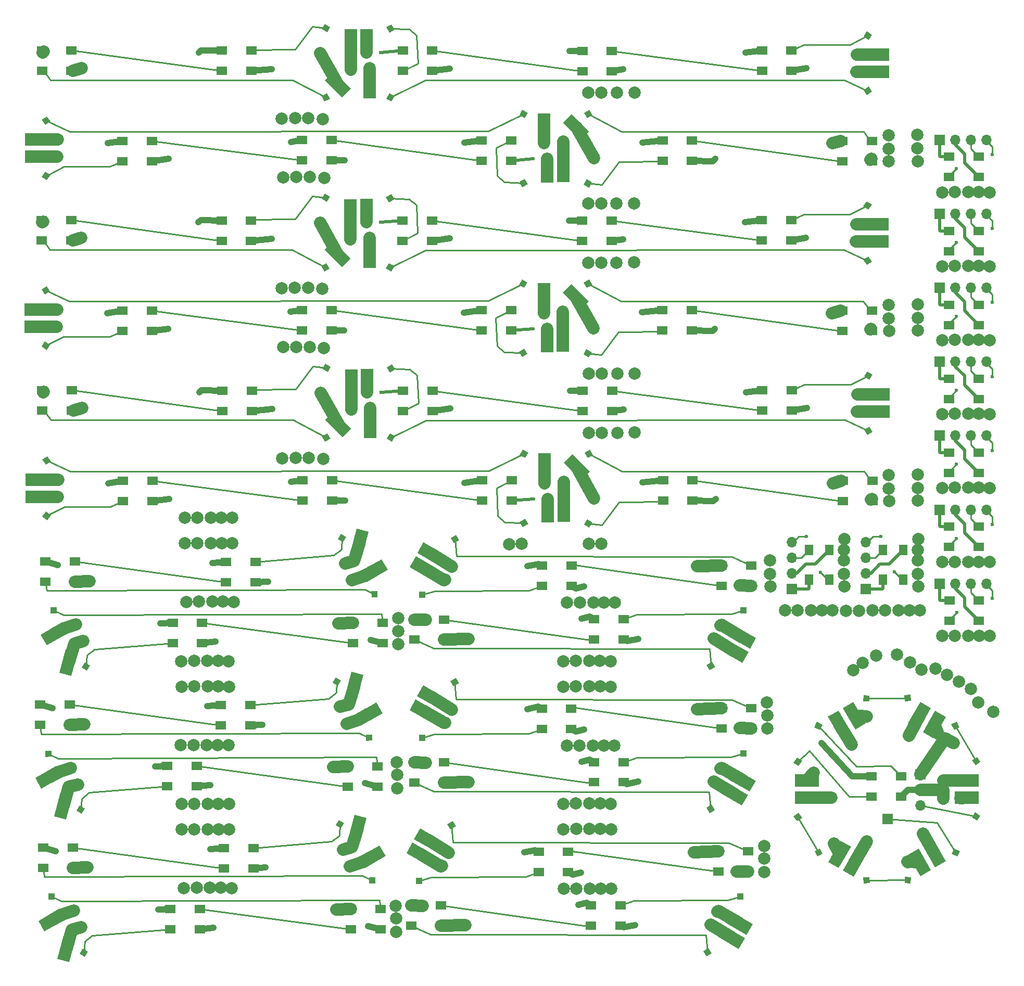
<source format=gbr>
G04 #@! TF.FileFunction,Copper,L1,Top,Signal*
%FSLAX46Y46*%
G04 Gerber Fmt 4.6, Leading zero omitted, Abs format (unit mm)*
G04 Created by KiCad (PCBNEW 4.0.7) date 10/29/17 08:22:04*
%MOMM*%
%LPD*%
G01*
G04 APERTURE LIST*
%ADD10C,0.100000*%
%ADD11R,4.000000X2.000000*%
%ADD12R,1.700000X1.700000*%
%ADD13O,1.700000X1.700000*%
%ADD14R,1.400000X1.800000*%
%ADD15R,1.800000X1.400000*%
%ADD16R,2.000000X4.000000*%
%ADD17C,2.000000*%
%ADD18C,0.600000*%
%ADD19C,0.250000*%
%ADD20C,2.000000*%
%ADD21C,0.500000*%
%ADD22C,1.000000*%
G04 APERTURE END LIST*
D10*
D11*
X155028900Y-81064100D03*
X155028900Y-83858100D03*
D12*
X141109700Y-112737900D03*
D13*
X141109700Y-110197900D03*
X141109700Y-107657900D03*
X141109700Y-105117900D03*
D14*
X143866600Y-111188200D03*
X147166600Y-111188200D03*
X147166600Y-106388200D03*
X143866600Y-106388200D03*
X155906200Y-111162800D03*
X159206200Y-111162800D03*
X159206200Y-106362800D03*
X155906200Y-106362800D03*
D12*
X153149300Y-112712500D03*
D13*
X153149300Y-110172500D03*
X153149300Y-107632500D03*
X153149300Y-105092500D03*
D12*
X165163500Y-111848900D03*
D13*
X167703500Y-111848900D03*
X170243500Y-111848900D03*
X172783500Y-111848900D03*
D15*
X166713200Y-114605800D03*
X166713200Y-117905800D03*
X171513200Y-117905800D03*
X171513200Y-114605800D03*
D12*
X165138100Y-39636700D03*
D13*
X167678100Y-39636700D03*
X170218100Y-39636700D03*
X172758100Y-39636700D03*
D15*
X166687800Y-42393600D03*
X166687800Y-45693600D03*
X171487800Y-45693600D03*
X171487800Y-42393600D03*
X166687800Y-54433200D03*
X166687800Y-57733200D03*
X171487800Y-57733200D03*
X171487800Y-54433200D03*
D12*
X165138100Y-51676300D03*
D13*
X167678100Y-51676300D03*
X170218100Y-51676300D03*
X172758100Y-51676300D03*
D12*
X165138100Y-75730100D03*
D13*
X167678100Y-75730100D03*
X170218100Y-75730100D03*
X172758100Y-75730100D03*
D15*
X166687800Y-78487000D03*
X166687800Y-81787000D03*
X171487800Y-81787000D03*
X171487800Y-78487000D03*
X166687800Y-66447400D03*
X166687800Y-69747400D03*
X171487800Y-69747400D03*
X171487800Y-66447400D03*
D12*
X165138100Y-63690500D03*
D13*
X167678100Y-63690500D03*
X170218100Y-63690500D03*
X172758100Y-63690500D03*
D12*
X165138100Y-87769700D03*
D13*
X167678100Y-87769700D03*
X170218100Y-87769700D03*
X172758100Y-87769700D03*
D15*
X166687800Y-90526600D03*
X166687800Y-93826600D03*
X171487800Y-93826600D03*
X171487800Y-90526600D03*
D10*
G36*
X67276232Y-128447218D02*
X66415490Y-127938176D01*
X66924532Y-127077434D01*
X67785274Y-127586476D01*
X67276232Y-128447218D01*
X67276232Y-128447218D01*
G37*
G36*
X72865619Y-136385891D02*
X72876090Y-137385836D01*
X71876145Y-137396307D01*
X71865674Y-136396362D01*
X72865619Y-136385891D01*
X72865619Y-136385891D01*
G37*
G36*
X69496658Y-126202373D02*
X71428510Y-126720011D01*
X70393234Y-130583715D01*
X68461382Y-130066077D01*
X69496658Y-126202373D01*
X69496658Y-126202373D01*
G37*
G36*
X71050867Y-134921766D02*
X70050867Y-133189716D01*
X73514969Y-131189716D01*
X74514969Y-132921766D01*
X71050867Y-134921766D01*
X71050867Y-134921766D01*
G37*
D15*
X48216112Y-131596732D03*
X48216112Y-134896732D03*
X53016112Y-134896732D03*
X53016112Y-131596732D03*
X18853067Y-131538446D03*
X18853067Y-134838446D03*
X23653067Y-134838446D03*
X23653067Y-131538446D03*
X73704533Y-144864354D03*
X73704533Y-141564354D03*
X68904533Y-141564354D03*
X68904533Y-144864354D03*
X44341488Y-144806068D03*
X44341488Y-141506068D03*
X39541488Y-141506068D03*
X39541488Y-144806068D03*
D10*
G36*
X21506733Y-141481034D02*
X22506733Y-143213084D01*
X19042631Y-145213084D01*
X18042631Y-143481034D01*
X21506733Y-141481034D01*
X21506733Y-141481034D01*
G37*
G36*
X23060942Y-150200427D02*
X21129090Y-149682789D01*
X22164366Y-145819085D01*
X24096218Y-146336723D01*
X23060942Y-150200427D01*
X23060942Y-150200427D01*
G37*
G36*
X19691981Y-140016909D02*
X19681510Y-139016964D01*
X20681455Y-139006493D01*
X20691926Y-140006438D01*
X19691981Y-140016909D01*
X19691981Y-140016909D01*
G37*
G36*
X25281368Y-147955582D02*
X26142110Y-148464624D01*
X25633068Y-149325366D01*
X24772326Y-148816324D01*
X25281368Y-147955582D01*
X25281368Y-147955582D01*
G37*
G36*
X26144968Y-124638382D02*
X27005710Y-125147424D01*
X26496668Y-126008166D01*
X25635926Y-125499124D01*
X26144968Y-124638382D01*
X26144968Y-124638382D01*
G37*
G36*
X20555581Y-116699709D02*
X20545110Y-115699764D01*
X21545055Y-115689293D01*
X21555526Y-116689238D01*
X20555581Y-116699709D01*
X20555581Y-116699709D01*
G37*
G36*
X23924542Y-126883227D02*
X21992690Y-126365589D01*
X23027966Y-122501885D01*
X24959818Y-123019523D01*
X23924542Y-126883227D01*
X23924542Y-126883227D01*
G37*
G36*
X22370333Y-118163834D02*
X23370333Y-119895884D01*
X19906231Y-121895884D01*
X18906231Y-120163834D01*
X22370333Y-118163834D01*
X22370333Y-118163834D01*
G37*
D15*
X45205088Y-121488868D03*
X45205088Y-118188868D03*
X40405088Y-118188868D03*
X40405088Y-121488868D03*
X74568133Y-121547154D03*
X74568133Y-118247154D03*
X69768133Y-118247154D03*
X69768133Y-121547154D03*
X19716667Y-108221246D03*
X19716667Y-111521246D03*
X24516667Y-111521246D03*
X24516667Y-108221246D03*
X49079712Y-108279532D03*
X49079712Y-111579532D03*
X53879712Y-111579532D03*
X53879712Y-108279532D03*
D10*
G36*
X71914467Y-111604566D02*
X70914467Y-109872516D01*
X74378569Y-107872516D01*
X75378569Y-109604566D01*
X71914467Y-111604566D01*
X71914467Y-111604566D01*
G37*
G36*
X70360258Y-102885173D02*
X72292110Y-103402811D01*
X71256834Y-107266515D01*
X69324982Y-106748877D01*
X70360258Y-102885173D01*
X70360258Y-102885173D01*
G37*
G36*
X73729219Y-113068691D02*
X73739690Y-114068636D01*
X72739745Y-114079107D01*
X72729274Y-113079162D01*
X73729219Y-113068691D01*
X73729219Y-113068691D01*
G37*
G36*
X68139832Y-105130018D02*
X67279090Y-104620976D01*
X67788132Y-103760234D01*
X68648874Y-104269276D01*
X68139832Y-105130018D01*
X68139832Y-105130018D01*
G37*
G36*
X25789368Y-171196582D02*
X26650110Y-171705624D01*
X26141068Y-172566366D01*
X25280326Y-172057324D01*
X25789368Y-171196582D01*
X25789368Y-171196582D01*
G37*
G36*
X20199981Y-163257909D02*
X20189510Y-162257964D01*
X21189455Y-162247493D01*
X21199926Y-163247438D01*
X20199981Y-163257909D01*
X20199981Y-163257909D01*
G37*
G36*
X23568942Y-173441427D02*
X21637090Y-172923789D01*
X22672366Y-169060085D01*
X24604218Y-169577723D01*
X23568942Y-173441427D01*
X23568942Y-173441427D01*
G37*
G36*
X22014733Y-164722034D02*
X23014733Y-166454084D01*
X19550631Y-168454084D01*
X18550631Y-166722034D01*
X22014733Y-164722034D01*
X22014733Y-164722034D01*
G37*
D15*
X44849488Y-168047068D03*
X44849488Y-164747068D03*
X40049488Y-164747068D03*
X40049488Y-168047068D03*
X74212533Y-168105354D03*
X74212533Y-164805354D03*
X69412533Y-164805354D03*
X69412533Y-168105354D03*
X19361067Y-154779446D03*
X19361067Y-158079446D03*
X24161067Y-158079446D03*
X24161067Y-154779446D03*
X48724112Y-154837732D03*
X48724112Y-158137732D03*
X53524112Y-158137732D03*
X53524112Y-154837732D03*
D10*
G36*
X71558867Y-158162766D02*
X70558867Y-156430716D01*
X74022969Y-154430716D01*
X75022969Y-156162766D01*
X71558867Y-158162766D01*
X71558867Y-158162766D01*
G37*
G36*
X70004658Y-149443373D02*
X71936510Y-149961011D01*
X70901234Y-153824715D01*
X68969382Y-153307077D01*
X70004658Y-149443373D01*
X70004658Y-149443373D01*
G37*
G36*
X73373619Y-159626891D02*
X73384090Y-160626836D01*
X72384145Y-160637307D01*
X72373674Y-159637362D01*
X73373619Y-159626891D01*
X73373619Y-159626891D01*
G37*
G36*
X67784232Y-151688218D02*
X66923490Y-151179176D01*
X67432532Y-150318434D01*
X68293274Y-150827476D01*
X67784232Y-151688218D01*
X67784232Y-151688218D01*
G37*
D15*
X108942478Y-140864971D03*
X108942478Y-144164971D03*
X113742478Y-144164971D03*
X113742478Y-140864971D03*
X79721168Y-140931764D03*
X79721168Y-144231764D03*
X84521168Y-144231764D03*
X84521168Y-140931764D03*
D10*
G36*
X134013261Y-146237023D02*
X133013261Y-147969073D01*
X129549159Y-145969073D01*
X130549159Y-144237023D01*
X134013261Y-146237023D01*
X134013261Y-146237023D01*
G37*
G36*
X135260018Y-143950576D02*
X134260018Y-145682626D01*
X130795916Y-143682626D01*
X131795916Y-141950576D01*
X135260018Y-143950576D01*
X135260018Y-143950576D01*
G37*
G36*
X127226319Y-148312233D02*
X128087061Y-147803191D01*
X128596103Y-148663933D01*
X127735361Y-149172975D01*
X127226319Y-148312233D01*
X127226319Y-148312233D01*
G37*
G36*
X133710162Y-138951314D02*
X133699691Y-139951259D01*
X132699746Y-139940788D01*
X132710217Y-138940843D01*
X133710162Y-138951314D01*
X133710162Y-138951314D01*
G37*
G36*
X80475338Y-137413386D02*
X80485809Y-136413441D01*
X81485754Y-136423912D01*
X81475283Y-137423857D01*
X80475338Y-137413386D01*
X80475338Y-137413386D01*
G37*
G36*
X86959181Y-128052467D02*
X86098439Y-128561509D01*
X85589397Y-127700767D01*
X86450139Y-127191725D01*
X86959181Y-128052467D01*
X86959181Y-128052467D01*
G37*
G36*
X78925482Y-132414124D02*
X79925482Y-130682074D01*
X83389584Y-132682074D01*
X82389584Y-134414124D01*
X78925482Y-132414124D01*
X78925482Y-132414124D01*
G37*
G36*
X80172239Y-130127677D02*
X81172239Y-128395627D01*
X84636341Y-130395627D01*
X83636341Y-132127677D01*
X80172239Y-130127677D01*
X80172239Y-130127677D01*
G37*
D15*
X134464332Y-135432936D03*
X134464332Y-132132936D03*
X129664332Y-132132936D03*
X129664332Y-135432936D03*
X105243022Y-135499729D03*
X105243022Y-132199729D03*
X100443022Y-132199729D03*
X100443022Y-135499729D03*
X104735022Y-158791529D03*
X104735022Y-155491529D03*
X99935022Y-155491529D03*
X99935022Y-158791529D03*
X133956332Y-158724736D03*
X133956332Y-155424736D03*
X129156332Y-155424736D03*
X129156332Y-158724736D03*
D10*
G36*
X79664239Y-153419477D02*
X80664239Y-151687427D01*
X84128341Y-153687427D01*
X83128341Y-155419477D01*
X79664239Y-153419477D01*
X79664239Y-153419477D01*
G37*
G36*
X78417482Y-155705924D02*
X79417482Y-153973874D01*
X82881584Y-155973874D01*
X81881584Y-157705924D01*
X78417482Y-155705924D01*
X78417482Y-155705924D01*
G37*
G36*
X86451181Y-151344267D02*
X85590439Y-151853309D01*
X85081397Y-150992567D01*
X85942139Y-150483525D01*
X86451181Y-151344267D01*
X86451181Y-151344267D01*
G37*
G36*
X79967338Y-160705186D02*
X79977809Y-159705241D01*
X80977754Y-159715712D01*
X80967283Y-160715657D01*
X79967338Y-160705186D01*
X79967338Y-160705186D01*
G37*
G36*
X133202162Y-162243114D02*
X133191691Y-163243059D01*
X132191746Y-163232588D01*
X132202217Y-162232643D01*
X133202162Y-162243114D01*
X133202162Y-162243114D01*
G37*
G36*
X126718319Y-171604033D02*
X127579061Y-171094991D01*
X128088103Y-171955733D01*
X127227361Y-172464775D01*
X126718319Y-171604033D01*
X126718319Y-171604033D01*
G37*
G36*
X134752018Y-167242376D02*
X133752018Y-168974426D01*
X130287916Y-166974426D01*
X131287916Y-165242376D01*
X134752018Y-167242376D01*
X134752018Y-167242376D01*
G37*
G36*
X133505261Y-169528823D02*
X132505261Y-171260873D01*
X129041159Y-169260873D01*
X130041159Y-167528823D01*
X133505261Y-169528823D01*
X133505261Y-169528823D01*
G37*
D15*
X79213168Y-164223564D03*
X79213168Y-167523564D03*
X84013168Y-167523564D03*
X84013168Y-164223564D03*
X108434478Y-164156771D03*
X108434478Y-167456771D03*
X113234478Y-167456771D03*
X113234478Y-164156771D03*
X108967878Y-117598571D03*
X108967878Y-120898571D03*
X113767878Y-120898571D03*
X113767878Y-117598571D03*
X79746568Y-117665364D03*
X79746568Y-120965364D03*
X84546568Y-120965364D03*
X84546568Y-117665364D03*
D10*
G36*
X134038661Y-122970623D02*
X133038661Y-124702673D01*
X129574559Y-122702673D01*
X130574559Y-120970623D01*
X134038661Y-122970623D01*
X134038661Y-122970623D01*
G37*
G36*
X135285418Y-120684176D02*
X134285418Y-122416226D01*
X130821316Y-120416226D01*
X131821316Y-118684176D01*
X135285418Y-120684176D01*
X135285418Y-120684176D01*
G37*
G36*
X127251719Y-125045833D02*
X128112461Y-124536791D01*
X128621503Y-125397533D01*
X127760761Y-125906575D01*
X127251719Y-125045833D01*
X127251719Y-125045833D01*
G37*
G36*
X133735562Y-115684914D02*
X133725091Y-116684859D01*
X132725146Y-116674388D01*
X132735617Y-115674443D01*
X133735562Y-115684914D01*
X133735562Y-115684914D01*
G37*
G36*
X19634135Y-64815456D02*
X19080744Y-63982535D01*
X19913665Y-63429144D01*
X20467056Y-64262065D01*
X19634135Y-64815456D01*
X19634135Y-64815456D01*
G37*
G36*
X20467056Y-72974135D02*
X19913665Y-73807056D01*
X19080744Y-73253665D01*
X19634135Y-72420744D01*
X20467056Y-72974135D01*
X20467056Y-72974135D01*
G37*
G36*
X96727941Y-74092145D02*
X97599155Y-73601241D01*
X98090059Y-74472455D01*
X97218845Y-74963359D01*
X96727941Y-74092145D01*
X96727941Y-74092145D01*
G37*
G36*
X107268941Y-62852645D02*
X108140155Y-62361741D01*
X108631059Y-63232955D01*
X107759845Y-63723859D01*
X107268941Y-62852645D01*
X107268941Y-62852645D01*
G37*
G36*
X97599155Y-63723859D02*
X96727941Y-63232955D01*
X97218845Y-62361741D01*
X98090059Y-62852645D01*
X97599155Y-63723859D01*
X97599155Y-63723859D01*
G37*
G36*
X108076655Y-75026859D02*
X107205441Y-74535955D01*
X107696345Y-73664741D01*
X108567559Y-74155645D01*
X108076655Y-75026859D01*
X108076655Y-75026859D01*
G37*
D11*
X18288000Y-70027800D03*
X18288000Y-67233800D03*
D16*
X101282500Y-72250300D03*
X103886000Y-72186800D03*
D10*
G36*
X108102820Y-65898012D02*
X106688607Y-67312225D01*
X103860180Y-64483798D01*
X105274393Y-63069585D01*
X108102820Y-65898012D01*
X108102820Y-65898012D01*
G37*
D16*
X100774500Y-64884300D03*
D15*
X95427500Y-70661800D03*
X95427500Y-67361800D03*
X90627500Y-67361800D03*
X90627500Y-70661800D03*
X66217500Y-70598300D03*
X66217500Y-67298300D03*
X61417500Y-67298300D03*
X61417500Y-70598300D03*
X37007500Y-70725300D03*
X37007500Y-67425300D03*
X32207500Y-67425300D03*
X32207500Y-70725300D03*
X154101500Y-70725300D03*
X154101500Y-67425300D03*
X149301500Y-67425300D03*
X149301500Y-70725300D03*
X124828000Y-70661800D03*
X124828000Y-67361800D03*
X120028000Y-67361800D03*
X120028000Y-70661800D03*
D10*
G36*
X153555765Y-58590444D02*
X154109156Y-59423365D01*
X153276235Y-59976756D01*
X152722844Y-59143835D01*
X153555765Y-58590444D01*
X153555765Y-58590444D01*
G37*
G36*
X152722844Y-50431765D02*
X153276235Y-49598844D01*
X154109156Y-50152235D01*
X153555765Y-50985156D01*
X152722844Y-50431765D01*
X152722844Y-50431765D01*
G37*
G36*
X76461959Y-49313755D02*
X75590745Y-49804659D01*
X75099841Y-48933445D01*
X75971055Y-48442541D01*
X76461959Y-49313755D01*
X76461959Y-49313755D01*
G37*
G36*
X65920959Y-60553255D02*
X65049745Y-61044159D01*
X64558841Y-60172945D01*
X65430055Y-59682041D01*
X65920959Y-60553255D01*
X65920959Y-60553255D01*
G37*
G36*
X75590745Y-59682041D02*
X76461959Y-60172945D01*
X75971055Y-61044159D01*
X75099841Y-60553255D01*
X75590745Y-59682041D01*
X75590745Y-59682041D01*
G37*
G36*
X65113245Y-48379041D02*
X65984459Y-48869945D01*
X65493555Y-49741159D01*
X64622341Y-49250255D01*
X65113245Y-48379041D01*
X65113245Y-48379041D01*
G37*
D11*
X154901900Y-53378100D03*
X154901900Y-56172100D03*
D16*
X71907400Y-51155600D03*
X69303900Y-51219100D03*
D10*
G36*
X65087080Y-57507888D02*
X66501293Y-56093675D01*
X69329720Y-58922102D01*
X67915507Y-60336315D01*
X65087080Y-57507888D01*
X65087080Y-57507888D01*
G37*
D16*
X72415400Y-58521600D03*
D15*
X77762400Y-52744100D03*
X77762400Y-56044100D03*
X82562400Y-56044100D03*
X82562400Y-52744100D03*
X106972400Y-52807600D03*
X106972400Y-56107600D03*
X111772400Y-56107600D03*
X111772400Y-52807600D03*
X136182400Y-52680600D03*
X136182400Y-55980600D03*
X140982400Y-55980600D03*
X140982400Y-52680600D03*
X19088400Y-52680600D03*
X19088400Y-55980600D03*
X23888400Y-55980600D03*
X23888400Y-52680600D03*
X48361900Y-52744100D03*
X48361900Y-56044100D03*
X53161900Y-56044100D03*
X53161900Y-52744100D03*
X48488900Y-80430100D03*
X48488900Y-83730100D03*
X53288900Y-83730100D03*
X53288900Y-80430100D03*
X19215400Y-80366600D03*
X19215400Y-83666600D03*
X24015400Y-83666600D03*
X24015400Y-80366600D03*
X136309400Y-80366600D03*
X136309400Y-83666600D03*
X141109400Y-83666600D03*
X141109400Y-80366600D03*
X107099400Y-80493600D03*
X107099400Y-83793600D03*
X111899400Y-83793600D03*
X111899400Y-80493600D03*
X77889400Y-80430100D03*
X77889400Y-83730100D03*
X82689400Y-83730100D03*
X82689400Y-80430100D03*
D16*
X72542400Y-86207600D03*
D10*
G36*
X65214080Y-85193888D02*
X66628293Y-83779675D01*
X69456720Y-86608102D01*
X68042507Y-88022315D01*
X65214080Y-85193888D01*
X65214080Y-85193888D01*
G37*
D16*
X69430900Y-78905100D03*
X72034400Y-78841600D03*
D10*
G36*
X65240245Y-76065041D02*
X66111459Y-76555945D01*
X65620555Y-77427159D01*
X64749341Y-76936255D01*
X65240245Y-76065041D01*
X65240245Y-76065041D01*
G37*
G36*
X75717745Y-87368041D02*
X76588959Y-87858945D01*
X76098055Y-88730159D01*
X75226841Y-88239255D01*
X75717745Y-87368041D01*
X75717745Y-87368041D01*
G37*
G36*
X66047959Y-88239255D02*
X65176745Y-88730159D01*
X64685841Y-87858945D01*
X65557055Y-87368041D01*
X66047959Y-88239255D01*
X66047959Y-88239255D01*
G37*
G36*
X76588959Y-76999755D02*
X75717745Y-77490659D01*
X75226841Y-76619445D01*
X76098055Y-76128541D01*
X76588959Y-76999755D01*
X76588959Y-76999755D01*
G37*
G36*
X152849844Y-78117765D02*
X153403235Y-77284844D01*
X154236156Y-77838235D01*
X153682765Y-78671156D01*
X152849844Y-78117765D01*
X152849844Y-78117765D01*
G37*
G36*
X153682765Y-86276444D02*
X154236156Y-87109365D01*
X153403235Y-87662756D01*
X152849844Y-86829835D01*
X153682765Y-86276444D01*
X153682765Y-86276444D01*
G37*
D15*
X124955000Y-98347800D03*
X124955000Y-95047800D03*
X120155000Y-95047800D03*
X120155000Y-98347800D03*
X154228500Y-98411300D03*
X154228500Y-95111300D03*
X149428500Y-95111300D03*
X149428500Y-98411300D03*
X37134500Y-98411300D03*
X37134500Y-95111300D03*
X32334500Y-95111300D03*
X32334500Y-98411300D03*
X66344500Y-98284300D03*
X66344500Y-94984300D03*
X61544500Y-94984300D03*
X61544500Y-98284300D03*
X95554500Y-98347800D03*
X95554500Y-95047800D03*
X90754500Y-95047800D03*
X90754500Y-98347800D03*
D16*
X100901500Y-92570300D03*
D10*
G36*
X108229820Y-93584012D02*
X106815607Y-94998225D01*
X103987180Y-92169798D01*
X105401393Y-90755585D01*
X108229820Y-93584012D01*
X108229820Y-93584012D01*
G37*
D16*
X104013000Y-99872800D03*
X101409500Y-99936300D03*
D11*
X18415000Y-97713800D03*
X18415000Y-94919800D03*
D10*
G36*
X108203655Y-102712859D02*
X107332441Y-102221955D01*
X107823345Y-101350741D01*
X108694559Y-101841645D01*
X108203655Y-102712859D01*
X108203655Y-102712859D01*
G37*
G36*
X97726155Y-91409859D02*
X96854941Y-90918955D01*
X97345845Y-90047741D01*
X98217059Y-90538645D01*
X97726155Y-91409859D01*
X97726155Y-91409859D01*
G37*
G36*
X107395941Y-90538645D02*
X108267155Y-90047741D01*
X108758059Y-90918955D01*
X107886845Y-91409859D01*
X107395941Y-90538645D01*
X107395941Y-90538645D01*
G37*
G36*
X96854941Y-101778145D02*
X97726155Y-101287241D01*
X98217059Y-102158455D01*
X97345845Y-102649359D01*
X96854941Y-101778145D01*
X96854941Y-101778145D01*
G37*
G36*
X20594056Y-100660135D02*
X20040665Y-101493056D01*
X19207744Y-100939665D01*
X19761135Y-100106744D01*
X20594056Y-100660135D01*
X20594056Y-100660135D01*
G37*
G36*
X19761135Y-92501456D02*
X19207744Y-91668535D01*
X20040665Y-91115144D01*
X20594056Y-91948065D01*
X19761135Y-92501456D01*
X19761135Y-92501456D01*
G37*
G36*
X19684935Y-37180256D02*
X19131544Y-36347335D01*
X19964465Y-35793944D01*
X20517856Y-36626865D01*
X19684935Y-37180256D01*
X19684935Y-37180256D01*
G37*
G36*
X20517856Y-45338935D02*
X19964465Y-46171856D01*
X19131544Y-45618465D01*
X19684935Y-44785544D01*
X20517856Y-45338935D01*
X20517856Y-45338935D01*
G37*
G36*
X96778741Y-46456945D02*
X97649955Y-45966041D01*
X98140859Y-46837255D01*
X97269645Y-47328159D01*
X96778741Y-46456945D01*
X96778741Y-46456945D01*
G37*
G36*
X107319741Y-35217445D02*
X108190955Y-34726541D01*
X108681859Y-35597755D01*
X107810645Y-36088659D01*
X107319741Y-35217445D01*
X107319741Y-35217445D01*
G37*
G36*
X97649955Y-36088659D02*
X96778741Y-35597755D01*
X97269645Y-34726541D01*
X98140859Y-35217445D01*
X97649955Y-36088659D01*
X97649955Y-36088659D01*
G37*
G36*
X108127455Y-47391659D02*
X107256241Y-46900755D01*
X107747145Y-46029541D01*
X108618359Y-46520445D01*
X108127455Y-47391659D01*
X108127455Y-47391659D01*
G37*
D11*
X18338800Y-42392600D03*
X18338800Y-39598600D03*
D16*
X101333300Y-44615100D03*
X103936800Y-44551600D03*
D10*
G36*
X108153620Y-38262812D02*
X106739407Y-39677025D01*
X103910980Y-36848598D01*
X105325193Y-35434385D01*
X108153620Y-38262812D01*
X108153620Y-38262812D01*
G37*
D16*
X100825300Y-37249100D03*
D15*
X95478300Y-43026600D03*
X95478300Y-39726600D03*
X90678300Y-39726600D03*
X90678300Y-43026600D03*
X66268300Y-42963100D03*
X66268300Y-39663100D03*
X61468300Y-39663100D03*
X61468300Y-42963100D03*
X37058300Y-43090100D03*
X37058300Y-39790100D03*
X32258300Y-39790100D03*
X32258300Y-43090100D03*
X154152300Y-43090100D03*
X154152300Y-39790100D03*
X149352300Y-39790100D03*
X149352300Y-43090100D03*
X124878800Y-43026600D03*
X124878800Y-39726600D03*
X120078800Y-39726600D03*
X120078800Y-43026600D03*
D10*
G36*
X80500738Y-114146986D02*
X80511209Y-113147041D01*
X81511154Y-113157512D01*
X81500683Y-114157457D01*
X80500738Y-114146986D01*
X80500738Y-114146986D01*
G37*
G36*
X86984581Y-104786067D02*
X86123839Y-105295109D01*
X85614797Y-104434367D01*
X86475539Y-103925325D01*
X86984581Y-104786067D01*
X86984581Y-104786067D01*
G37*
G36*
X78950882Y-109147724D02*
X79950882Y-107415674D01*
X83414984Y-109415674D01*
X82414984Y-111147724D01*
X78950882Y-109147724D01*
X78950882Y-109147724D01*
G37*
G36*
X80197639Y-106861277D02*
X81197639Y-105129227D01*
X84661741Y-107129227D01*
X83661741Y-108861277D01*
X80197639Y-106861277D01*
X80197639Y-106861277D01*
G37*
D15*
X134489732Y-112166536D03*
X134489732Y-108866536D03*
X129689732Y-108866536D03*
X129689732Y-112166536D03*
X105268422Y-112233329D03*
X105268422Y-108933329D03*
X100468422Y-108933329D03*
X100468422Y-112233329D03*
D10*
G36*
X153606565Y-30955244D02*
X154159956Y-31788165D01*
X153327035Y-32341556D01*
X152773644Y-31508635D01*
X153606565Y-30955244D01*
X153606565Y-30955244D01*
G37*
G36*
X152773644Y-22796565D02*
X153327035Y-21963644D01*
X154159956Y-22517035D01*
X153606565Y-23349956D01*
X152773644Y-22796565D01*
X152773644Y-22796565D01*
G37*
G36*
X76512759Y-21678555D02*
X75641545Y-22169459D01*
X75150641Y-21298245D01*
X76021855Y-20807341D01*
X76512759Y-21678555D01*
X76512759Y-21678555D01*
G37*
G36*
X65971759Y-32918055D02*
X65100545Y-33408959D01*
X64609641Y-32537745D01*
X65480855Y-32046841D01*
X65971759Y-32918055D01*
X65971759Y-32918055D01*
G37*
G36*
X75641545Y-32046841D02*
X76512759Y-32537745D01*
X76021855Y-33408959D01*
X75150641Y-32918055D01*
X75641545Y-32046841D01*
X75641545Y-32046841D01*
G37*
G36*
X65164045Y-20743841D02*
X66035259Y-21234745D01*
X65544355Y-22105959D01*
X64673141Y-21615055D01*
X65164045Y-20743841D01*
X65164045Y-20743841D01*
G37*
D11*
X154952700Y-25742900D03*
X154952700Y-28536900D03*
D16*
X71958200Y-23520400D03*
X69354700Y-23583900D03*
D10*
G36*
X65137880Y-29872688D02*
X66552093Y-28458475D01*
X69380520Y-31286902D01*
X67966307Y-32701115D01*
X65137880Y-29872688D01*
X65137880Y-29872688D01*
G37*
D16*
X72466200Y-30886400D03*
D15*
X77813200Y-25108900D03*
X77813200Y-28408900D03*
X82613200Y-28408900D03*
X82613200Y-25108900D03*
X107023200Y-25172400D03*
X107023200Y-28472400D03*
X111823200Y-28472400D03*
X111823200Y-25172400D03*
X136233200Y-25045400D03*
X136233200Y-28345400D03*
X141033200Y-28345400D03*
X141033200Y-25045400D03*
X19139200Y-25045400D03*
X19139200Y-28345400D03*
X23939200Y-28345400D03*
X23939200Y-25045400D03*
X48412700Y-25108900D03*
X48412700Y-28408900D03*
X53212700Y-28408900D03*
X53212700Y-25108900D03*
D12*
X162026600Y-142824200D03*
D13*
X162026600Y-145364200D03*
X162026600Y-147904200D03*
D12*
X156692600Y-150126700D03*
D15*
X154038600Y-143206200D03*
X154038600Y-146506200D03*
X158838600Y-146506200D03*
X158838600Y-143206200D03*
D11*
X143548100Y-143903700D03*
X143548100Y-146697700D03*
X169583100Y-143840200D03*
X169583100Y-146634200D03*
D10*
G36*
X148718655Y-158120236D02*
X146986605Y-157120236D01*
X148986605Y-153656134D01*
X150718655Y-154656134D01*
X148718655Y-158120236D01*
X148718655Y-158120236D01*
G37*
G36*
X151138330Y-159517236D02*
X149406280Y-158517236D01*
X151406280Y-155053134D01*
X153138330Y-156053134D01*
X151138330Y-159517236D01*
X151138330Y-159517236D01*
G37*
G36*
X161736155Y-135577736D02*
X160004105Y-134577736D01*
X162004105Y-131113634D01*
X163736155Y-132113634D01*
X161736155Y-135577736D01*
X161736155Y-135577736D01*
G37*
G36*
X164155830Y-136974736D02*
X162423780Y-135974736D01*
X164423780Y-132510634D01*
X166155830Y-133510634D01*
X164155830Y-136974736D01*
X164155830Y-136974736D01*
G37*
G36*
X149395045Y-132084164D02*
X151127095Y-131084164D01*
X153127095Y-134548266D01*
X151395045Y-135548266D01*
X149395045Y-132084164D01*
X149395045Y-132084164D01*
G37*
G36*
X146975370Y-133481164D02*
X148707420Y-132481164D01*
X150707420Y-135945266D01*
X148975370Y-136945266D01*
X146975370Y-133481164D01*
X146975370Y-133481164D01*
G37*
G36*
X162412545Y-154563164D02*
X164144595Y-153563164D01*
X166144595Y-157027266D01*
X164412545Y-158027266D01*
X162412545Y-154563164D01*
X162412545Y-154563164D01*
G37*
G36*
X159992870Y-155960164D02*
X161724920Y-154960164D01*
X163724920Y-158424266D01*
X161992870Y-159424266D01*
X159992870Y-155960164D01*
X159992870Y-155960164D01*
G37*
G36*
X141369044Y-140957365D02*
X141922435Y-140124444D01*
X142755356Y-140677835D01*
X142201965Y-141510756D01*
X141369044Y-140957365D01*
X141369044Y-140957365D01*
G37*
G36*
X146085173Y-134775462D02*
X145640538Y-135671173D01*
X144744827Y-135226538D01*
X145189462Y-134330827D01*
X146085173Y-134775462D01*
X146085173Y-134775462D01*
G37*
G36*
X152745182Y-129974791D02*
X153743209Y-130037582D01*
X153680418Y-131035609D01*
X152682391Y-130972818D01*
X152745182Y-129974791D01*
X152745182Y-129974791D01*
G37*
G36*
X160448809Y-130922018D02*
X159450782Y-130984809D01*
X159387991Y-129986782D01*
X160386018Y-129923991D01*
X160448809Y-130922018D01*
X160448809Y-130922018D01*
G37*
G36*
X167941738Y-134305427D02*
X168386373Y-135201138D01*
X167490662Y-135645773D01*
X167046027Y-134750062D01*
X167941738Y-134305427D01*
X167941738Y-134305427D01*
G37*
G36*
X170954635Y-141409156D02*
X170401244Y-140576235D01*
X171234165Y-140022844D01*
X171787556Y-140855765D01*
X170954635Y-141409156D01*
X170954635Y-141409156D01*
G37*
G36*
X171762156Y-149593235D02*
X171208765Y-150426156D01*
X170375844Y-149872765D01*
X170929235Y-149039844D01*
X171762156Y-149593235D01*
X171762156Y-149593235D01*
G37*
G36*
X167096827Y-155825938D02*
X167541462Y-154930227D01*
X168437173Y-155374862D01*
X167992538Y-156270573D01*
X167096827Y-155825938D01*
X167096827Y-155825938D01*
G37*
G36*
X160436818Y-160601209D02*
X159438791Y-160538418D01*
X159501582Y-159540391D01*
X160499609Y-159603182D01*
X160436818Y-160601209D01*
X160436818Y-160601209D01*
G37*
G36*
X152707791Y-159653982D02*
X153705818Y-159591191D01*
X153768609Y-160589218D01*
X152770582Y-160652009D01*
X152707791Y-159653982D01*
X152707791Y-159653982D01*
G37*
G36*
X145240262Y-156270573D02*
X144795627Y-155374862D01*
X145691338Y-154930227D01*
X146135973Y-155825938D01*
X145240262Y-156270573D01*
X145240262Y-156270573D01*
G37*
G36*
X142201965Y-149116044D02*
X142755356Y-149948965D01*
X141922435Y-150502356D01*
X141369044Y-149669435D01*
X142201965Y-149116044D01*
X142201965Y-149116044D01*
G37*
D15*
X166687800Y-102566200D03*
X166687800Y-105866200D03*
X171487800Y-105866200D03*
X171487800Y-102566200D03*
D12*
X165138100Y-99809300D03*
D13*
X167678100Y-99809300D03*
X170218100Y-99809300D03*
X172758100Y-99809300D03*
D17*
X156870400Y-43129200D03*
X156819600Y-41071800D03*
X156819600Y-38887400D03*
X161518600Y-38836600D03*
X161518600Y-41021000D03*
X161569400Y-43078400D03*
X156921200Y-70713600D03*
X156870400Y-68656200D03*
X156870400Y-66471800D03*
X161569400Y-66421000D03*
X161569400Y-68605400D03*
X161620200Y-70662800D03*
X161620200Y-98348800D03*
X161569400Y-96291400D03*
X161569400Y-94107000D03*
X156870400Y-94157800D03*
X156870400Y-96342200D03*
X156921200Y-98399600D03*
X170205400Y-128955800D03*
X168249600Y-127787400D03*
X166344600Y-126644400D03*
X164439600Y-125679200D03*
X171450000Y-131165600D03*
X173888400Y-132715000D03*
X158165800Y-123342400D03*
X160299400Y-124637800D03*
X162204400Y-125806200D03*
X154838400Y-123520200D03*
X152628600Y-124764800D03*
X149910800Y-116255800D03*
X152044400Y-116230400D03*
X151053800Y-125933200D03*
X145973800Y-116154200D03*
X144246600Y-116154200D03*
X142062200Y-116154200D03*
X140004800Y-116205000D03*
X147726400Y-116205000D03*
X161950400Y-116205000D03*
X154228800Y-116205000D03*
X156286200Y-116154200D03*
X158470600Y-116154200D03*
X160197800Y-116154200D03*
X149580600Y-106349800D03*
X149580600Y-108077000D03*
X149580600Y-110261400D03*
X149631400Y-112318800D03*
X149631400Y-104597200D03*
X137591800Y-112318800D03*
X137541000Y-110261400D03*
X137541000Y-108077000D03*
X161671000Y-104571800D03*
X161671000Y-112293400D03*
X161620200Y-110236000D03*
X161620200Y-108051600D03*
X161620200Y-106324400D03*
X171551600Y-120319800D03*
X169824400Y-120319800D03*
X167640000Y-120319800D03*
X165582600Y-120370600D03*
X173304200Y-120370600D03*
X171526200Y-48107600D03*
X169799000Y-48107600D03*
X167614600Y-48107600D03*
X165557200Y-48158400D03*
X173278800Y-48158400D03*
X173278800Y-60198000D03*
X165557200Y-60198000D03*
X167614600Y-60147200D03*
X169799000Y-60147200D03*
X171526200Y-60147200D03*
X171526200Y-84201000D03*
X169799000Y-84201000D03*
X167614600Y-84201000D03*
X165557200Y-84251800D03*
X173278800Y-84251800D03*
X173278800Y-72212200D03*
X165557200Y-72212200D03*
X167614600Y-72161400D03*
X169799000Y-72161400D03*
X171526200Y-72161400D03*
X171526200Y-96240600D03*
X169799000Y-96240600D03*
X167614600Y-96240600D03*
X165557200Y-96291400D03*
X173278800Y-96291400D03*
X136601200Y-154533600D03*
X136652000Y-156591000D03*
X136652000Y-158775400D03*
X137033000Y-131191000D03*
X137083800Y-133248400D03*
X137083800Y-135432800D03*
X108051600Y-105384600D03*
X110109000Y-105333800D03*
X76682600Y-164236400D03*
X76733400Y-166293800D03*
X76733400Y-168478200D03*
X76885800Y-145135600D03*
X76885800Y-142951200D03*
X76835000Y-140893800D03*
X77063600Y-117475000D03*
X77114400Y-119532400D03*
X77114400Y-121716800D03*
X47701200Y-138099800D03*
X45974000Y-138099800D03*
X43789600Y-138099800D03*
X41732200Y-138150600D03*
X49453800Y-138150600D03*
X50317400Y-114833400D03*
X42595800Y-114833400D03*
X44653200Y-114782600D03*
X46837600Y-114782600D03*
X48564800Y-114782600D03*
X49961800Y-161391600D03*
X42240200Y-161391600D03*
X44297600Y-161340800D03*
X46482000Y-161340800D03*
X48209200Y-161340800D03*
X47828200Y-147650200D03*
X46101000Y-147650200D03*
X43916600Y-147650200D03*
X41859200Y-147701000D03*
X49580800Y-147701000D03*
X47853600Y-151790400D03*
X46126400Y-151790400D03*
X43942000Y-151790400D03*
X41884600Y-151841200D03*
X49606200Y-151841200D03*
X49555400Y-128600200D03*
X41833800Y-128600200D03*
X43891200Y-128549400D03*
X46075600Y-128549400D03*
X47802800Y-128549400D03*
X49530000Y-124460000D03*
X41808400Y-124460000D03*
X43865800Y-124409200D03*
X46050200Y-124409200D03*
X47777400Y-124409200D03*
X97180400Y-105384600D03*
X95123000Y-105435400D03*
X173278800Y-108331000D03*
X165557200Y-108331000D03*
X167614600Y-108280200D03*
X169799000Y-108280200D03*
X171526200Y-108280200D03*
X50114200Y-105283000D03*
X42392600Y-105283000D03*
X44450000Y-105232200D03*
X46634400Y-105232200D03*
X48361600Y-105232200D03*
X50088800Y-101142800D03*
X42367200Y-101142800D03*
X44424600Y-101092000D03*
X46609000Y-101092000D03*
X48336200Y-101092000D03*
X111683800Y-151815800D03*
X106019600Y-151765000D03*
X108204000Y-151765000D03*
X109931200Y-151765000D03*
X111658400Y-147675600D03*
X108178600Y-147624800D03*
X109905800Y-147624800D03*
X112255300Y-138214100D03*
X110502700Y-138163300D03*
X111658400Y-128600200D03*
X105994200Y-128549400D03*
X108178600Y-128549400D03*
X109905800Y-128549400D03*
X111633000Y-124460000D03*
X108153200Y-124409200D03*
X109880400Y-124409200D03*
X109994700Y-161455100D03*
X108267500Y-161455100D03*
X106083100Y-161455100D03*
X104025700Y-161505900D03*
X111747300Y-161505900D03*
X112280700Y-114947700D03*
X108800900Y-114896900D03*
X110528100Y-114896900D03*
X107975400Y-49987200D03*
X110083600Y-49987200D03*
X115443000Y-49936400D03*
X112598200Y-49987200D03*
X58343800Y-73380600D03*
X60477400Y-73329800D03*
X62661800Y-73329800D03*
X64998600Y-73482200D03*
X112598200Y-59588400D03*
X115443000Y-59537600D03*
X110083600Y-59588400D03*
X107975400Y-59588400D03*
X64770000Y-63881000D03*
X62433200Y-63728600D03*
X60248800Y-63728600D03*
X58115200Y-63779400D03*
X58242200Y-91465400D03*
X60375800Y-91414600D03*
X62560200Y-91414600D03*
X64897000Y-91567000D03*
X108102400Y-87274400D03*
X110210600Y-87274400D03*
X115570000Y-87223600D03*
X112725200Y-87274400D03*
X112725200Y-77673200D03*
X115570000Y-77622400D03*
X110210600Y-77673200D03*
X108102400Y-77673200D03*
X58394600Y-45745400D03*
X60528200Y-45694600D03*
X62712600Y-45694600D03*
X65049400Y-45847000D03*
X112649000Y-31953200D03*
X115493800Y-31902400D03*
X110134400Y-31953200D03*
X108026200Y-31953200D03*
X64820800Y-36245800D03*
X62484000Y-36093400D03*
X60299600Y-36093400D03*
X58166000Y-36144200D03*
D18*
X159941471Y-157129907D03*
X159931100Y-157111700D03*
D17*
X103936800Y-147675600D03*
X103911400Y-124460000D03*
X103962200Y-151815800D03*
X104533700Y-138214100D03*
X103936800Y-128600200D03*
X104559100Y-114947700D03*
X105994200Y-147624800D03*
X105968800Y-124409200D03*
X106591100Y-138163300D03*
X108775500Y-138163300D03*
X106616500Y-114896900D03*
D18*
X46897089Y-108469196D03*
X68439174Y-108570182D03*
X46541489Y-155027396D03*
X68083574Y-155128382D03*
X67575574Y-131887382D03*
X46033489Y-131786396D03*
X20846545Y-132103329D03*
X71711055Y-144299471D03*
X46524111Y-144616404D03*
X24982026Y-144515418D03*
X25845626Y-121198218D03*
X47387711Y-121299204D03*
X72574655Y-120982271D03*
X21710145Y-108786129D03*
X25490026Y-167756418D03*
X47032111Y-167857404D03*
X72219055Y-167540471D03*
X21354545Y-155344329D03*
X81561066Y-141011890D03*
X129508452Y-141891451D03*
X106892025Y-140825382D03*
X107293475Y-135539318D03*
X84677048Y-134473249D03*
X132624434Y-135352810D03*
X132116434Y-158644610D03*
X84169048Y-157765049D03*
X106785475Y-158831118D03*
X106384025Y-164117182D03*
X129000452Y-165183251D03*
X81053066Y-164303690D03*
X81586466Y-117745490D03*
X129533852Y-118625051D03*
X106917425Y-117558982D03*
X21590000Y-70027800D03*
X68326000Y-70599300D03*
X108839000Y-70281800D03*
X101282500Y-70345300D03*
X39687500Y-70345300D03*
X98996500Y-70345300D03*
X153987500Y-70345300D03*
X128587500Y-70345300D03*
X151599900Y-53378100D03*
X104863900Y-52806600D03*
X64350900Y-53124100D03*
X71907400Y-53060600D03*
X133502400Y-53060600D03*
X74193400Y-53060600D03*
X19202400Y-53060600D03*
X44602400Y-53060600D03*
X44729400Y-80746600D03*
X19329400Y-80746600D03*
X74320400Y-80746600D03*
X133629400Y-80746600D03*
X72034400Y-80746600D03*
X64477900Y-80810100D03*
X104990900Y-80492600D03*
X151726900Y-81064100D03*
X128714500Y-98031300D03*
X154114500Y-98031300D03*
X99123500Y-98031300D03*
X39814500Y-98031300D03*
X101409500Y-98031300D03*
X108966000Y-97967800D03*
X68453000Y-98285300D03*
X21717000Y-97713800D03*
X21640800Y-42392600D03*
X68376800Y-42964100D03*
X108889800Y-42646600D03*
X101333300Y-42710100D03*
X39738300Y-42710100D03*
X99047300Y-42710100D03*
X154038300Y-42710100D03*
X128638300Y-42710100D03*
X107318875Y-112272918D03*
X84702448Y-111206849D03*
X132649834Y-112086410D03*
X151650700Y-25742900D03*
X104914700Y-25171400D03*
X64401700Y-25488900D03*
X71958200Y-25425400D03*
X133553200Y-25425400D03*
X74244200Y-25425400D03*
X19253200Y-25425400D03*
X44653200Y-25425400D03*
X145961100Y-137807700D03*
X165963600Y-137045700D03*
X144627600Y-142570200D03*
X153327100Y-133426200D03*
X164884100Y-136220200D03*
X147929600Y-154127200D03*
X167424100Y-137744200D03*
X66516675Y-141652540D03*
X37523842Y-141600482D03*
X23851481Y-141795257D03*
X24715081Y-118478057D03*
X38387442Y-118283282D03*
X67380275Y-118335340D03*
X26904525Y-111433060D03*
X55897358Y-111485118D03*
X69569719Y-111290343D03*
X24359481Y-165036257D03*
X38031842Y-164841482D03*
X67024675Y-164893540D03*
X26548925Y-157991260D03*
X55541758Y-158043318D03*
X69214119Y-157848543D03*
X68706119Y-134607543D03*
X55033758Y-134802318D03*
X26040925Y-134750260D03*
X116084909Y-144079839D03*
X88486187Y-144130229D03*
X128393237Y-144015244D03*
X85792263Y-132349456D03*
X125699313Y-132234471D03*
X98100591Y-132284861D03*
X97592591Y-155576661D03*
X125191313Y-155526271D03*
X85284263Y-155641256D03*
X127885237Y-167307044D03*
X87978187Y-167422029D03*
X115576909Y-167371639D03*
X116110309Y-120813439D03*
X88511587Y-120863829D03*
X128418637Y-120748844D03*
X21653500Y-67233800D03*
X59563000Y-67614800D03*
X87757000Y-67741800D03*
X116713000Y-67678300D03*
X100774500Y-67805300D03*
X103886120Y-67566926D03*
X29781500Y-67805300D03*
X147637500Y-67805300D03*
X151536400Y-56172100D03*
X113626900Y-55791100D03*
X85432900Y-55664100D03*
X56476900Y-55727600D03*
X72415400Y-55600600D03*
X69303780Y-55838974D03*
X143408400Y-55600600D03*
X25552400Y-55600600D03*
X25679400Y-83286600D03*
X143535400Y-83286600D03*
X69430780Y-83524974D03*
X72542400Y-83286600D03*
X56603900Y-83413600D03*
X85559900Y-83350100D03*
X113753900Y-83477100D03*
X151663400Y-83858100D03*
X147764500Y-95491300D03*
X29908500Y-95491300D03*
X104013120Y-95252926D03*
X100901500Y-95491300D03*
X116840000Y-95364300D03*
X87884000Y-95427800D03*
X59690000Y-95300800D03*
X21780500Y-94919800D03*
X21704300Y-39598600D03*
X59613800Y-39979600D03*
X87807800Y-40106600D03*
X116763800Y-40043100D03*
X100825300Y-40170100D03*
X103936920Y-39931726D03*
X29832300Y-40170100D03*
X147688300Y-40170100D03*
X85817663Y-109083056D03*
X125724713Y-108968071D03*
X98125991Y-109018461D03*
X151587200Y-28536900D03*
X113677700Y-28155900D03*
X85483700Y-28028900D03*
X56527700Y-28092400D03*
X72466200Y-27965400D03*
X69354580Y-28203774D03*
X143459200Y-27965400D03*
X25603200Y-27965400D03*
X147548600Y-146697700D03*
X150850600Y-137998200D03*
X160121600Y-136601200D03*
X162407600Y-152476200D03*
X165773100Y-145364200D03*
X165709600Y-146824700D03*
X165709600Y-143840200D03*
X153327100Y-153809700D03*
X145770600Y-109982000D03*
X143510000Y-104190800D03*
X155549600Y-104165400D03*
X157810200Y-109956600D03*
X167919400Y-116509800D03*
X173710600Y-114249200D03*
X167894000Y-44297600D03*
X173685200Y-42037000D03*
X173685200Y-54076600D03*
X167894000Y-56337200D03*
X167894000Y-80391000D03*
X173685200Y-78130400D03*
X173685200Y-66090800D03*
X167894000Y-68351400D03*
X167894000Y-92430600D03*
X173685200Y-90170000D03*
X173685200Y-102209600D03*
X167894000Y-104470200D03*
D19*
X110083600Y-50063400D02*
X110083600Y-49987200D01*
X110083600Y-59664600D02*
X110083600Y-59588400D01*
X97409000Y-63042800D02*
X91706700Y-65824100D01*
X91706700Y-65824100D02*
X23583900Y-65900300D01*
X23583900Y-65900300D02*
X19773900Y-64122300D01*
X75780900Y-60363100D02*
X81483200Y-57581800D01*
X81483200Y-57581800D02*
X149606000Y-57505600D01*
X149606000Y-57505600D02*
X153416000Y-59283600D01*
X149733000Y-85191600D02*
X153543000Y-86969600D01*
X81610200Y-85267800D02*
X149733000Y-85191600D01*
X75907900Y-88049100D02*
X81610200Y-85267800D01*
X23710900Y-93586300D02*
X19900900Y-91808300D01*
X91833700Y-93510100D02*
X23710900Y-93586300D01*
X97536000Y-90728800D02*
X91833700Y-93510100D01*
X110210600Y-87350600D02*
X110210600Y-87274400D01*
X110210600Y-77749400D02*
X110210600Y-77673200D01*
X110134400Y-32029400D02*
X110134400Y-31953200D01*
X97459800Y-35407600D02*
X91757500Y-38188900D01*
X91757500Y-38188900D02*
X23634700Y-38265100D01*
X23634700Y-38265100D02*
X19824700Y-36487100D01*
X75831700Y-32727900D02*
X81534000Y-29946600D01*
X81534000Y-29946600D02*
X149656800Y-29870400D01*
X149656800Y-29870400D02*
X153466800Y-31648400D01*
D20*
X168503600Y-146761200D02*
X169583100Y-146634200D01*
X159941471Y-157129907D02*
X159931100Y-157111700D01*
X161858895Y-157192215D02*
X159931100Y-157111700D01*
D19*
X167716200Y-134975600D02*
X171094400Y-140716000D01*
X153212800Y-130505200D02*
X159918400Y-130454400D01*
X153238200Y-160121600D02*
X159969200Y-160070800D01*
X142062200Y-149809200D02*
X145465800Y-155600400D01*
X143866600Y-111188200D02*
X143866600Y-112218200D01*
D21*
X143776700Y-112737900D02*
X143866600Y-112648000D01*
X143866600Y-112648000D02*
X143866600Y-111188200D01*
X141109700Y-112737900D02*
X143776700Y-112737900D01*
X153149300Y-112712500D02*
X155816300Y-112712500D01*
X155906200Y-112622600D02*
X155906200Y-111162800D01*
X155816300Y-112712500D02*
X155906200Y-112622600D01*
D19*
X155906200Y-111162800D02*
X155906200Y-112192800D01*
X166713200Y-114605800D02*
X165683200Y-114605800D01*
D21*
X165163500Y-114515900D02*
X165253400Y-114605800D01*
X165253400Y-114605800D02*
X166713200Y-114605800D01*
X165163500Y-111848900D02*
X165163500Y-114515900D01*
D19*
X166687800Y-42393600D02*
X165657800Y-42393600D01*
D21*
X165138100Y-42303700D02*
X165228000Y-42393600D01*
X165228000Y-42393600D02*
X166687800Y-42393600D01*
X165138100Y-39636700D02*
X165138100Y-42303700D01*
X165138100Y-51676300D02*
X165138100Y-54343300D01*
X165228000Y-54433200D02*
X166687800Y-54433200D01*
X165138100Y-54343300D02*
X165228000Y-54433200D01*
D19*
X166687800Y-54433200D02*
X165657800Y-54433200D01*
X166687800Y-78487000D02*
X165657800Y-78487000D01*
D21*
X165138100Y-78397100D02*
X165228000Y-78487000D01*
X165228000Y-78487000D02*
X166687800Y-78487000D01*
X165138100Y-75730100D02*
X165138100Y-78397100D01*
X165138100Y-63690500D02*
X165138100Y-66357500D01*
X165228000Y-66447400D02*
X166687800Y-66447400D01*
X165138100Y-66357500D02*
X165228000Y-66447400D01*
D19*
X166687800Y-66447400D02*
X165657800Y-66447400D01*
X166687800Y-90526600D02*
X165657800Y-90526600D01*
D21*
X165138100Y-90436700D02*
X165228000Y-90526600D01*
X165228000Y-90526600D02*
X166687800Y-90526600D01*
X165138100Y-87769700D02*
X165138100Y-90436700D01*
D20*
X69894505Y-108169888D02*
X70808546Y-105075844D01*
X68439174Y-108570182D02*
X69894505Y-108169888D01*
X69538905Y-154728088D02*
X70452946Y-151634044D01*
X68083574Y-155128382D02*
X69538905Y-154728088D01*
X67575574Y-131887382D02*
X69030905Y-131487088D01*
X69030905Y-131487088D02*
X69944946Y-128393044D01*
D22*
X46033489Y-131786396D02*
X48216112Y-131596732D01*
X20846545Y-132103329D02*
X18853067Y-131538446D01*
X71711055Y-144299471D02*
X73704533Y-144864354D01*
X46524111Y-144616404D02*
X44341488Y-144806068D01*
D20*
X23526695Y-144915712D02*
X22612654Y-148009756D01*
X24982026Y-144515418D02*
X23526695Y-144915712D01*
X25845626Y-121198218D02*
X24390295Y-121598512D01*
X24390295Y-121598512D02*
X23476254Y-124692556D01*
D22*
X47387711Y-121299204D02*
X45205088Y-121488868D01*
X72574655Y-120982271D02*
X74568133Y-121547154D01*
X21710145Y-108786129D02*
X19716667Y-108221246D01*
X46897089Y-108469196D02*
X49079712Y-108279532D01*
D20*
X25490026Y-167756418D02*
X24034695Y-168156712D01*
X24034695Y-168156712D02*
X23120654Y-171250756D01*
D22*
X47032111Y-167857404D02*
X44849488Y-168047068D01*
X72219055Y-167540471D02*
X74212533Y-168105354D01*
X21354545Y-155344329D02*
X19361067Y-154779446D01*
X46541489Y-155027396D02*
X48724112Y-154837732D01*
D20*
X81561066Y-141011890D02*
X79721168Y-140931764D01*
X129634849Y-141857583D02*
X129508452Y-141891451D01*
D22*
X108245676Y-140462672D02*
X106892025Y-140825382D01*
X108942478Y-140864971D02*
X108245676Y-140462672D01*
D20*
X133027968Y-143816601D02*
X129634849Y-141857583D01*
X81157532Y-132548099D02*
X84550651Y-134507117D01*
D22*
X105243022Y-135499729D02*
X105939824Y-135902028D01*
X105939824Y-135902028D02*
X107293475Y-135539318D01*
D20*
X84550651Y-134507117D02*
X84677048Y-134473249D01*
X132624434Y-135352810D02*
X134464332Y-135432936D01*
X132116434Y-158644610D02*
X133956332Y-158724736D01*
X84042651Y-157798917D02*
X84169048Y-157765049D01*
D22*
X105431824Y-159193828D02*
X106785475Y-158831118D01*
X104735022Y-158791529D02*
X105431824Y-159193828D01*
D20*
X80649532Y-155839899D02*
X84042651Y-157798917D01*
X132519968Y-167108401D02*
X129126849Y-165149383D01*
D22*
X108434478Y-164156771D02*
X107737676Y-163754472D01*
X107737676Y-163754472D02*
X106384025Y-164117182D01*
D20*
X129126849Y-165149383D02*
X129000452Y-165183251D01*
X81053066Y-164303690D02*
X79213168Y-164223564D01*
X81586466Y-117745490D02*
X79746568Y-117665364D01*
X129660249Y-118591183D02*
X129533852Y-118625051D01*
D22*
X108271076Y-117196272D02*
X106917425Y-117558982D01*
X108967878Y-117598571D02*
X108271076Y-117196272D01*
D20*
X133053368Y-120550201D02*
X129660249Y-118591183D01*
D22*
X66217500Y-70598300D02*
X68326000Y-70599300D01*
D20*
X21590000Y-70027800D02*
X18288000Y-70027800D01*
X105981500Y-65190905D02*
X108839000Y-70281800D01*
X101282500Y-72250300D02*
X101282500Y-70345300D01*
X101282500Y-70345300D02*
X101282500Y-72250300D01*
D22*
X37007500Y-70725300D02*
X39687500Y-70345300D01*
D21*
X95427500Y-70661800D02*
X98996500Y-70345300D01*
D20*
X153987500Y-70345300D02*
X153847500Y-70485300D01*
D19*
X153847500Y-70485300D02*
X153847500Y-70725300D01*
D22*
X124828000Y-70661800D02*
X128207500Y-70725300D01*
X128207500Y-70725300D02*
X128587500Y-70345300D01*
D19*
X37387500Y-70345300D02*
X37007500Y-70725300D01*
D22*
X106972400Y-52807600D02*
X104863900Y-52806600D01*
D20*
X151599900Y-53378100D02*
X154901900Y-53378100D01*
X67208400Y-58214995D02*
X64350900Y-53124100D01*
X71907400Y-51155600D02*
X71907400Y-53060600D01*
X71907400Y-53060600D02*
X71907400Y-51155600D01*
D22*
X136182400Y-52680600D02*
X133502400Y-53060600D01*
D21*
X77762400Y-52744100D02*
X74193400Y-53060600D01*
D20*
X19202400Y-53060600D02*
X19342400Y-52920600D01*
D19*
X19342400Y-52920600D02*
X19342400Y-52680600D01*
D22*
X48361900Y-52744100D02*
X44982400Y-52680600D01*
X44982400Y-52680600D02*
X44602400Y-53060600D01*
D19*
X135802400Y-53060600D02*
X136182400Y-52680600D01*
X135929400Y-80746600D02*
X136309400Y-80366600D01*
D22*
X45109400Y-80366600D02*
X44729400Y-80746600D01*
X48488900Y-80430100D02*
X45109400Y-80366600D01*
D19*
X19469400Y-80606600D02*
X19469400Y-80366600D01*
D20*
X19329400Y-80746600D02*
X19469400Y-80606600D01*
D21*
X77889400Y-80430100D02*
X74320400Y-80746600D01*
D22*
X136309400Y-80366600D02*
X133629400Y-80746600D01*
D20*
X72034400Y-80746600D02*
X72034400Y-78841600D01*
X72034400Y-78841600D02*
X72034400Y-80746600D01*
X67335400Y-85900995D02*
X64477900Y-80810100D01*
X151726900Y-81064100D02*
X155028900Y-81064100D01*
D22*
X107099400Y-80493600D02*
X104990900Y-80492600D01*
D19*
X37514500Y-98031300D02*
X37134500Y-98411300D01*
D22*
X128334500Y-98411300D02*
X128714500Y-98031300D01*
X124955000Y-98347800D02*
X128334500Y-98411300D01*
D19*
X153974500Y-98171300D02*
X153974500Y-98411300D01*
D20*
X154114500Y-98031300D02*
X153974500Y-98171300D01*
D21*
X95554500Y-98347800D02*
X99123500Y-98031300D01*
D22*
X37134500Y-98411300D02*
X39814500Y-98031300D01*
D20*
X101409500Y-98031300D02*
X101409500Y-99936300D01*
X101409500Y-99936300D02*
X101409500Y-98031300D01*
X106108500Y-92876905D02*
X108966000Y-97967800D01*
X21717000Y-97713800D02*
X18415000Y-97713800D01*
D22*
X66344500Y-98284300D02*
X68453000Y-98285300D01*
X66268300Y-42963100D02*
X68376800Y-42964100D01*
D20*
X21640800Y-42392600D02*
X18338800Y-42392600D01*
X106032300Y-37555705D02*
X108889800Y-42646600D01*
X101333300Y-44615100D02*
X101333300Y-42710100D01*
X101333300Y-42710100D02*
X101333300Y-44615100D01*
D22*
X37058300Y-43090100D02*
X39738300Y-42710100D01*
D21*
X95478300Y-43026600D02*
X99047300Y-42710100D01*
D20*
X154038300Y-42710100D02*
X153898300Y-42850100D01*
D19*
X153898300Y-42850100D02*
X153898300Y-43090100D01*
D22*
X124878800Y-43026600D02*
X128258300Y-43090100D01*
X128258300Y-43090100D02*
X128638300Y-42710100D01*
D19*
X37438300Y-42710100D02*
X37058300Y-43090100D01*
D20*
X81182932Y-109281699D02*
X84576051Y-111240717D01*
D22*
X105268422Y-112233329D02*
X105965224Y-112635628D01*
X105965224Y-112635628D02*
X107318875Y-112272918D01*
D20*
X84576051Y-111240717D02*
X84702448Y-111206849D01*
X132649834Y-112086410D02*
X134489732Y-112166536D01*
D22*
X107023200Y-25172400D02*
X104914700Y-25171400D01*
D20*
X151650700Y-25742900D02*
X154952700Y-25742900D01*
X67259200Y-30579795D02*
X64401700Y-25488900D01*
X71958200Y-23520400D02*
X71958200Y-25425400D01*
X71958200Y-25425400D02*
X71958200Y-23520400D01*
D22*
X136233200Y-25045400D02*
X133553200Y-25425400D01*
D21*
X77813200Y-25108900D02*
X74244200Y-25425400D01*
D20*
X19253200Y-25425400D02*
X19393200Y-25285400D01*
D19*
X19393200Y-25285400D02*
X19393200Y-25045400D01*
D22*
X48412700Y-25108900D02*
X45033200Y-25045400D01*
X45033200Y-25045400D02*
X44653200Y-25425400D01*
D19*
X135853200Y-25425400D02*
X136233200Y-25045400D01*
X154038600Y-143206200D02*
X153008600Y-143206200D01*
D22*
X150914100Y-143205200D02*
X154038600Y-143206200D01*
X150914100Y-143205200D02*
X145961100Y-137807700D01*
D20*
X162026600Y-142824200D02*
X165963600Y-137045700D01*
X143548100Y-143903700D02*
X144627600Y-142570200D01*
X151261070Y-133316215D02*
X153327100Y-133426200D01*
X164289805Y-134742685D02*
X164884100Y-136220200D01*
X148852630Y-155888185D02*
X147929600Y-154127200D01*
X165963600Y-137045700D02*
X167424100Y-137744200D01*
D21*
X165138100Y-99809300D02*
X165138100Y-102476300D01*
X165228000Y-102566200D02*
X166687800Y-102566200D01*
X165138100Y-102476300D02*
X165228000Y-102566200D01*
D19*
X166687800Y-102566200D02*
X165657800Y-102566200D01*
D21*
X144868200Y-108686600D02*
X147166600Y-106388200D01*
X143408400Y-108686600D02*
X144868200Y-108686600D01*
X141897100Y-110197900D02*
X143408400Y-108686600D01*
X141109700Y-110197900D02*
X141897100Y-110197900D01*
X153149300Y-110172500D02*
X153936700Y-110172500D01*
X153936700Y-110172500D02*
X155448000Y-108661200D01*
X155448000Y-108661200D02*
X156907800Y-108661200D01*
X156907800Y-108661200D02*
X159206200Y-106362800D01*
X169214800Y-115607400D02*
X171513200Y-117905800D01*
X169214800Y-114147600D02*
X169214800Y-115607400D01*
X167703500Y-112636300D02*
X169214800Y-114147600D01*
X167703500Y-111848900D02*
X167703500Y-112636300D01*
X169189400Y-43395200D02*
X171487800Y-45693600D01*
X169189400Y-41935400D02*
X169189400Y-43395200D01*
X167678100Y-40424100D02*
X169189400Y-41935400D01*
X167678100Y-39636700D02*
X167678100Y-40424100D01*
X167678100Y-51676300D02*
X167678100Y-52463700D01*
X167678100Y-52463700D02*
X169189400Y-53975000D01*
X169189400Y-53975000D02*
X169189400Y-55434800D01*
X169189400Y-55434800D02*
X171487800Y-57733200D01*
X169189400Y-79488600D02*
X171487800Y-81787000D01*
X169189400Y-78028800D02*
X169189400Y-79488600D01*
X167678100Y-76517500D02*
X169189400Y-78028800D01*
X167678100Y-75730100D02*
X167678100Y-76517500D01*
X167678100Y-63690500D02*
X167678100Y-64477900D01*
X167678100Y-64477900D02*
X169189400Y-65989200D01*
X169189400Y-65989200D02*
X169189400Y-67449000D01*
X169189400Y-67449000D02*
X171487800Y-69747400D01*
X169189400Y-91528200D02*
X171487800Y-93826600D01*
X169189400Y-90068400D02*
X169189400Y-91528200D01*
X167678100Y-88557100D02*
X169189400Y-90068400D01*
X167678100Y-87769700D02*
X167678100Y-88557100D01*
D22*
X53016112Y-134896732D02*
X55033758Y-134802318D01*
D20*
X26040925Y-134750260D02*
X23653067Y-134838446D01*
X66516675Y-141652540D02*
X68904533Y-141564354D01*
D22*
X39541488Y-141506068D02*
X37523842Y-141600482D01*
D20*
X22063545Y-142389792D02*
X20274682Y-143347059D01*
X23851481Y-141795257D02*
X22063545Y-142389792D01*
X24715081Y-118478057D02*
X22927145Y-119072592D01*
X22927145Y-119072592D02*
X21138282Y-120029859D01*
D22*
X40405088Y-118188868D02*
X38387442Y-118283282D01*
D20*
X67380275Y-118335340D02*
X69768133Y-118247154D01*
X26904525Y-111433060D02*
X24516667Y-111521246D01*
D22*
X53879712Y-111579532D02*
X55897358Y-111485118D01*
D20*
X71357655Y-110695808D02*
X73146518Y-109738541D01*
X69569719Y-111290343D02*
X71357655Y-110695808D01*
X24359481Y-165036257D02*
X22571545Y-165630792D01*
X22571545Y-165630792D02*
X20782682Y-166588059D01*
D22*
X40049488Y-164747068D02*
X38031842Y-164841482D01*
D20*
X67024675Y-164893540D02*
X69412533Y-164805354D01*
X26548925Y-157991260D02*
X24161067Y-158079446D01*
D22*
X53524112Y-158137732D02*
X55541758Y-158043318D01*
D20*
X71002055Y-157254008D02*
X72790918Y-156296741D01*
X69214119Y-157848543D02*
X71002055Y-157254008D01*
X68706119Y-134607543D02*
X70494055Y-134013008D01*
X70494055Y-134013008D02*
X72282918Y-133055741D01*
D22*
X116084909Y-144079839D02*
X114292404Y-144482471D01*
D20*
X84521168Y-144231764D02*
X88486187Y-144130229D01*
X128393237Y-144015244D02*
X131781210Y-146103048D01*
X85792263Y-132349456D02*
X82404290Y-130261652D01*
X129664332Y-132132936D02*
X125699313Y-132234471D01*
D22*
X98100591Y-132284861D02*
X99893096Y-131882229D01*
X97592591Y-155576661D02*
X99385096Y-155174029D01*
D20*
X129156332Y-155424736D02*
X125191313Y-155526271D01*
X85284263Y-155641256D02*
X81896290Y-153553452D01*
X127885237Y-167307044D02*
X131273210Y-169394848D01*
X84013168Y-167523564D02*
X87978187Y-167422029D01*
D22*
X115576909Y-167371639D02*
X113784404Y-167774271D01*
X116110309Y-120813439D02*
X114317804Y-121216071D01*
D20*
X84546568Y-120965364D02*
X88511587Y-120863829D01*
X128418637Y-120748844D02*
X131806610Y-122836648D01*
X21653500Y-67233800D02*
X18288000Y-67233800D01*
D22*
X61417500Y-67298300D02*
X59563000Y-67614800D01*
X90627500Y-67361800D02*
X87757000Y-67741800D01*
X120028000Y-67361800D02*
X116713000Y-67678300D01*
D20*
X100774500Y-64884300D02*
X100774500Y-67805300D01*
X103886000Y-72186800D02*
X103886120Y-67566926D01*
D22*
X32207500Y-67425300D02*
X29781500Y-67805300D01*
D20*
X149047500Y-67425300D02*
X147637500Y-67805300D01*
X151536400Y-56172100D02*
X154901900Y-56172100D01*
D22*
X111772400Y-56107600D02*
X113626900Y-55791100D01*
X82562400Y-56044100D02*
X85432900Y-55664100D01*
X53161900Y-56044100D02*
X56476900Y-55727600D01*
D20*
X72415400Y-58521600D02*
X72415400Y-55600600D01*
X69303900Y-51219100D02*
X69303780Y-55838974D01*
D22*
X140982400Y-55980600D02*
X143408400Y-55600600D01*
D20*
X24142400Y-55980600D02*
X25552400Y-55600600D01*
X24269400Y-83666600D02*
X25679400Y-83286600D01*
D22*
X141109400Y-83666600D02*
X143535400Y-83286600D01*
D20*
X69430900Y-78905100D02*
X69430780Y-83524974D01*
X72542400Y-86207600D02*
X72542400Y-83286600D01*
D22*
X53288900Y-83730100D02*
X56603900Y-83413600D01*
X82689400Y-83730100D02*
X85559900Y-83350100D01*
X111899400Y-83793600D02*
X113753900Y-83477100D01*
D20*
X151663400Y-83858100D02*
X155028900Y-83858100D01*
X149174500Y-95111300D02*
X147764500Y-95491300D01*
D22*
X32334500Y-95111300D02*
X29908500Y-95491300D01*
D20*
X104013000Y-99872800D02*
X104013120Y-95252926D01*
X100901500Y-92570300D02*
X100901500Y-95491300D01*
D22*
X120155000Y-95047800D02*
X116840000Y-95364300D01*
X90754500Y-95047800D02*
X87884000Y-95427800D01*
X61544500Y-94984300D02*
X59690000Y-95300800D01*
D20*
X21780500Y-94919800D02*
X18415000Y-94919800D01*
X21704300Y-39598600D02*
X18338800Y-39598600D01*
D22*
X61468300Y-39663100D02*
X59613800Y-39979600D01*
X90678300Y-39726600D02*
X87807800Y-40106600D01*
X120078800Y-39726600D02*
X116763800Y-40043100D01*
D20*
X100825300Y-37249100D02*
X100825300Y-40170100D01*
X103936800Y-44551600D02*
X103936920Y-39931726D01*
D22*
X32258300Y-39790100D02*
X29832300Y-40170100D01*
D20*
X149098300Y-39790100D02*
X147688300Y-40170100D01*
X85817663Y-109083056D02*
X82429690Y-106995252D01*
X129689732Y-108866536D02*
X125724713Y-108968071D01*
D22*
X98125991Y-109018461D02*
X99918496Y-108615829D01*
D20*
X151587200Y-28536900D02*
X154952700Y-28536900D01*
D22*
X111823200Y-28472400D02*
X113677700Y-28155900D01*
X82613200Y-28408900D02*
X85483700Y-28028900D01*
X53212700Y-28408900D02*
X56527700Y-28092400D01*
D20*
X72466200Y-30886400D02*
X72466200Y-27965400D01*
X69354700Y-23583900D02*
X69354580Y-28203774D01*
D22*
X141033200Y-28345400D02*
X143459200Y-27965400D01*
D20*
X24193200Y-28345400D02*
X25603200Y-27965400D01*
D22*
X159994600Y-145364200D02*
X158838600Y-146506200D01*
X162026600Y-145364200D02*
X159994600Y-145364200D01*
D20*
X143548100Y-146697700D02*
X147548600Y-146697700D01*
X148841395Y-134713215D02*
X150850600Y-137998200D01*
X161870130Y-133345685D02*
X160121600Y-136601200D01*
X164278570Y-155795215D02*
X162407600Y-152476200D01*
X162026600Y-145364200D02*
X165773100Y-145364200D01*
X165773100Y-145364200D02*
X165709600Y-146824700D01*
X169583100Y-143840200D02*
X165709600Y-143840200D01*
X151272305Y-157285185D02*
X153327100Y-153809700D01*
D21*
X167678100Y-99809300D02*
X167678100Y-100596700D01*
X167678100Y-100596700D02*
X169189400Y-102108000D01*
X169189400Y-102108000D02*
X169189400Y-103567800D01*
X169189400Y-103567800D02*
X171487800Y-105866200D01*
D19*
X109492404Y-144482471D02*
X84521168Y-140931764D01*
X104693096Y-131882229D02*
X129664332Y-135432936D01*
X104185096Y-155174029D02*
X129156332Y-158724736D01*
X108984404Y-167774271D02*
X84013168Y-164223564D01*
X109517804Y-121216071D02*
X84546568Y-117665364D01*
X104718496Y-108615829D02*
X129689732Y-112166536D01*
X115866160Y-140140723D02*
X113742478Y-140864971D01*
X131233116Y-140067374D02*
X115866160Y-140140723D01*
X131233116Y-140067374D02*
X133204954Y-139446051D01*
X82952384Y-136297326D02*
X80980546Y-136918649D01*
X82952384Y-136297326D02*
X98319340Y-136223977D01*
X98319340Y-136223977D02*
X100443022Y-135499729D01*
X97811340Y-159515777D02*
X99935022Y-158791529D01*
X82444384Y-159589126D02*
X97811340Y-159515777D01*
X82444384Y-159589126D02*
X80472546Y-160210449D01*
X130725116Y-163359174D02*
X132696954Y-162737851D01*
X130725116Y-163359174D02*
X115358160Y-163432523D01*
X115358160Y-163432523D02*
X113234478Y-164156771D01*
X115891560Y-116874323D02*
X113767878Y-117598571D01*
X131258516Y-116800974D02*
X115891560Y-116874323D01*
X131258516Y-116800974D02*
X133230354Y-116179651D01*
X97409000Y-74282300D02*
X94354086Y-74149478D01*
X93154500Y-73139300D02*
X94354086Y-74149478D01*
X94354086Y-74149478D02*
X94361000Y-74155300D01*
X95427500Y-67361800D02*
X92964000Y-68567300D01*
X92964000Y-68567300D02*
X93154500Y-73139300D01*
X75780900Y-49123600D02*
X78835814Y-49256422D01*
X77762400Y-56044100D02*
X80225900Y-54838600D01*
X80225900Y-54838600D02*
X80035400Y-50266600D01*
X80035400Y-50266600D02*
X78835814Y-49256422D01*
X78835814Y-49256422D02*
X78828900Y-49250600D01*
X78962814Y-76942422D02*
X78955900Y-76936600D01*
X80162400Y-77952600D02*
X78962814Y-76942422D01*
X80352900Y-82524600D02*
X80162400Y-77952600D01*
X77889400Y-83730100D02*
X80352900Y-82524600D01*
X75907900Y-76809600D02*
X78962814Y-76942422D01*
X93091000Y-96253300D02*
X93281500Y-100825300D01*
X95554500Y-95047800D02*
X93091000Y-96253300D01*
X94481086Y-101835478D02*
X94488000Y-101841300D01*
X93281500Y-100825300D02*
X94481086Y-101835478D01*
X97536000Y-101968300D02*
X94481086Y-101835478D01*
X97459800Y-46647100D02*
X94404886Y-46514278D01*
X93205300Y-45504100D02*
X94404886Y-46514278D01*
X94404886Y-46514278D02*
X94411800Y-46520100D01*
X95478300Y-39726600D02*
X93014800Y-40932100D01*
X93014800Y-40932100D02*
X93205300Y-45504100D01*
X82977784Y-113030926D02*
X81005946Y-113652249D01*
X82977784Y-113030926D02*
X98344740Y-112957577D01*
X98344740Y-112957577D02*
X100468422Y-112233329D01*
X75831700Y-21488400D02*
X78886614Y-21621222D01*
X77813200Y-28408900D02*
X80276700Y-27203400D01*
X80276700Y-27203400D02*
X80086200Y-22631400D01*
X80086200Y-22631400D02*
X78886614Y-21621222D01*
X78886614Y-21621222D02*
X78879700Y-21615400D01*
X90627500Y-70661800D02*
X66217500Y-67298300D01*
X82562400Y-52744100D02*
X106972400Y-56107600D01*
X82689400Y-80430100D02*
X107099400Y-83793600D01*
X90754500Y-98347800D02*
X66344500Y-94984300D01*
X90678300Y-43026600D02*
X66268300Y-39663100D01*
X82613200Y-25108900D02*
X107023200Y-28472400D01*
X61417500Y-70598300D02*
X37007500Y-67425300D01*
X111772400Y-52807600D02*
X136182400Y-55980600D01*
X111899400Y-80493600D02*
X136309400Y-83666600D01*
X61544500Y-98284300D02*
X37134500Y-95111300D01*
X61468300Y-42963100D02*
X37058300Y-39790100D01*
X111823200Y-25172400D02*
X136233200Y-28345400D01*
X146976800Y-111188200D02*
X147166600Y-111188200D01*
X145770600Y-109982000D02*
X146976800Y-111188200D01*
X142240000Y-104190800D02*
X143510000Y-104190800D01*
X141312900Y-105117900D02*
X142240000Y-104190800D01*
X141109700Y-105117900D02*
X141312900Y-105117900D01*
X153149300Y-105092500D02*
X153352500Y-105092500D01*
X153352500Y-105092500D02*
X154279600Y-104165400D01*
X154279600Y-104165400D02*
X155549600Y-104165400D01*
X157810200Y-109956600D02*
X159016400Y-111162800D01*
X159016400Y-111162800D02*
X159206200Y-111162800D01*
X166713200Y-117716000D02*
X166713200Y-117905800D01*
X167919400Y-116509800D02*
X166713200Y-117716000D01*
X173710600Y-112979200D02*
X173710600Y-114249200D01*
X172783500Y-112052100D02*
X173710600Y-112979200D01*
X172783500Y-111848900D02*
X172783500Y-112052100D01*
X166687800Y-45503800D02*
X166687800Y-45693600D01*
X167894000Y-44297600D02*
X166687800Y-45503800D01*
X173685200Y-40767000D02*
X173685200Y-42037000D01*
X172758100Y-39839900D02*
X173685200Y-40767000D01*
X172758100Y-39636700D02*
X172758100Y-39839900D01*
X172758100Y-51676300D02*
X172758100Y-51879500D01*
X172758100Y-51879500D02*
X173685200Y-52806600D01*
X173685200Y-52806600D02*
X173685200Y-54076600D01*
X167894000Y-56337200D02*
X166687800Y-57543400D01*
X166687800Y-57543400D02*
X166687800Y-57733200D01*
X166687800Y-81597200D02*
X166687800Y-81787000D01*
X167894000Y-80391000D02*
X166687800Y-81597200D01*
X173685200Y-76860400D02*
X173685200Y-78130400D01*
X172758100Y-75933300D02*
X173685200Y-76860400D01*
X172758100Y-75730100D02*
X172758100Y-75933300D01*
X172758100Y-63690500D02*
X172758100Y-63893700D01*
X172758100Y-63893700D02*
X173685200Y-64820800D01*
X173685200Y-64820800D02*
X173685200Y-66090800D01*
X167894000Y-68351400D02*
X166687800Y-69557600D01*
X166687800Y-69557600D02*
X166687800Y-69747400D01*
X166687800Y-93636800D02*
X166687800Y-93826600D01*
X167894000Y-92430600D02*
X166687800Y-93636800D01*
X173685200Y-88900000D02*
X173685200Y-90170000D01*
X172758100Y-87972900D02*
X173685200Y-88900000D01*
X172758100Y-87769700D02*
X172758100Y-87972900D01*
X19773900Y-73113900D02*
X22669500Y-71615300D01*
X22669500Y-71615300D02*
X30162500Y-71615300D01*
X30162500Y-71615300D02*
X32207500Y-70725300D01*
X153416000Y-50292000D02*
X150520400Y-51790600D01*
X150520400Y-51790600D02*
X143027400Y-51790600D01*
X143027400Y-51790600D02*
X140982400Y-52680600D01*
X143154400Y-79476600D02*
X141109400Y-80366600D01*
X150647400Y-79476600D02*
X143154400Y-79476600D01*
X153543000Y-77978000D02*
X150647400Y-79476600D01*
X30289500Y-99301300D02*
X32334500Y-98411300D01*
X22796500Y-99301300D02*
X30289500Y-99301300D01*
X19900900Y-100799900D02*
X22796500Y-99301300D01*
X19824700Y-45478700D02*
X22720300Y-43980100D01*
X22720300Y-43980100D02*
X30213300Y-43980100D01*
X30213300Y-43980100D02*
X32258300Y-43090100D01*
X153466800Y-22656800D02*
X150571200Y-24155400D01*
X150571200Y-24155400D02*
X143078200Y-24155400D01*
X143078200Y-24155400D02*
X141033200Y-25045400D01*
X150406100Y-146507200D02*
X143992600Y-139014200D01*
X154038600Y-146506200D02*
X150406100Y-146507200D01*
X143992600Y-139014200D02*
X142062200Y-140817600D01*
X172758100Y-99809300D02*
X172758100Y-100012500D01*
X172758100Y-100012500D02*
X173685200Y-100939600D01*
X173685200Y-100939600D02*
X173685200Y-102209600D01*
X167894000Y-104470200D02*
X166687800Y-105676400D01*
X166687800Y-105676400D02*
X166687800Y-105866200D01*
X66982501Y-129590148D02*
X67100382Y-127762326D01*
X66982501Y-129590148D02*
X65729886Y-130561906D01*
X53016112Y-131596732D02*
X65729886Y-130561906D01*
X65729886Y-130561906D02*
X65843652Y-130554194D01*
X39541488Y-144806068D02*
X26827714Y-145840894D01*
X26438699Y-123495452D02*
X27691314Y-122523694D01*
X40405088Y-121488868D02*
X27691314Y-122523694D01*
X27691314Y-122523694D02*
X27577548Y-122531406D01*
X66593486Y-107244706D02*
X66707252Y-107236994D01*
X53879712Y-108279532D02*
X66593486Y-107244706D01*
X67846101Y-106272948D02*
X66593486Y-107244706D01*
X67846101Y-106272948D02*
X67963982Y-104445126D01*
X26083099Y-170053652D02*
X25965218Y-171881474D01*
X26083099Y-170053652D02*
X27335714Y-169081894D01*
X40049488Y-168047068D02*
X27335714Y-169081894D01*
X27335714Y-169081894D02*
X27221948Y-169089606D01*
X66237886Y-153802906D02*
X66351652Y-153795194D01*
X53524112Y-154837732D02*
X66237886Y-153802906D01*
X67490501Y-152831148D02*
X66237886Y-153802906D01*
X67490501Y-152831148D02*
X67608382Y-151003326D01*
X26827714Y-145840894D02*
X26713948Y-145848606D01*
X25575099Y-146812652D02*
X26827714Y-145840894D01*
X25575099Y-146812652D02*
X25457218Y-148640474D01*
X26438699Y-123495452D02*
X26320818Y-125323274D01*
X107950000Y-63042800D02*
X113347500Y-65900300D01*
X152717500Y-65900300D02*
X153847500Y-67425300D01*
X113347500Y-65900300D02*
X152717500Y-65900300D01*
X65239900Y-60363100D02*
X59842400Y-57505600D01*
X20472400Y-57505600D02*
X19342400Y-55980600D01*
X59842400Y-57505600D02*
X20472400Y-57505600D01*
X59969400Y-85191600D02*
X20599400Y-85191600D01*
X20599400Y-85191600D02*
X19469400Y-83666600D01*
X65366900Y-88049100D02*
X59969400Y-85191600D01*
X113474500Y-93586300D02*
X152844500Y-93586300D01*
X152844500Y-93586300D02*
X153974500Y-95111300D01*
X108077000Y-90728800D02*
X113474500Y-93586300D01*
X108000800Y-35407600D02*
X113398300Y-38265100D01*
X152768300Y-38265100D02*
X153898300Y-39790100D01*
X113398300Y-38265100D02*
X152768300Y-38265100D01*
X65290700Y-32727900D02*
X59893200Y-29870400D01*
X20523200Y-29870400D02*
X19393200Y-28345400D01*
X59893200Y-29870400D02*
X20523200Y-29870400D01*
X149047500Y-70725300D02*
X124828000Y-67361800D01*
X24142400Y-52680600D02*
X48361900Y-56044100D01*
X24269400Y-80366600D02*
X48488900Y-83730100D01*
X149174500Y-98411300D02*
X124955000Y-95047800D01*
X149098300Y-43090100D02*
X124878800Y-39726600D01*
X24193200Y-25045400D02*
X48412700Y-28408900D01*
X48216112Y-134896732D02*
X23653067Y-131538446D01*
X44341488Y-141506068D02*
X68904533Y-144864354D01*
X45205088Y-118188868D02*
X69768133Y-121547154D01*
X49079712Y-111579532D02*
X24516667Y-108221246D01*
X44849488Y-164747068D02*
X69412533Y-168105354D01*
X48724112Y-158137732D02*
X24161067Y-154779446D01*
X142596900Y-107657900D02*
X143866600Y-106388200D01*
X141109700Y-107657900D02*
X142596900Y-107657900D01*
X153149300Y-107632500D02*
X154636500Y-107632500D01*
X154636500Y-107632500D02*
X155906200Y-106362800D01*
X170243500Y-113336100D02*
X171513200Y-114605800D01*
X170243500Y-111848900D02*
X170243500Y-113336100D01*
X170218100Y-41123900D02*
X171487800Y-42393600D01*
X170218100Y-39636700D02*
X170218100Y-41123900D01*
X170218100Y-51676300D02*
X170218100Y-53163500D01*
X170218100Y-53163500D02*
X171487800Y-54433200D01*
X170218100Y-77217300D02*
X171487800Y-78487000D01*
X170218100Y-75730100D02*
X170218100Y-77217300D01*
X170218100Y-63690500D02*
X170218100Y-65177700D01*
X170218100Y-65177700D02*
X171487800Y-66447400D01*
X170218100Y-89256900D02*
X171487800Y-90526600D01*
X170218100Y-87769700D02*
X170218100Y-89256900D01*
X171069000Y-149733000D02*
X162026600Y-147904200D01*
X151587200Y-141605000D02*
X145415000Y-135001000D01*
X157226000Y-141528800D02*
X151587200Y-141605000D01*
X158838600Y-143206200D02*
X157226000Y-141528800D01*
X170218100Y-99809300D02*
X170218100Y-101296500D01*
X170218100Y-101296500D02*
X171487800Y-102566200D01*
X72370882Y-136891099D02*
X70771749Y-136127919D01*
X70771749Y-136127919D02*
X19050570Y-136307810D01*
X19050570Y-136307810D02*
X18853067Y-134838446D01*
X73507030Y-140094990D02*
X73704533Y-141564354D01*
X21785851Y-140274881D02*
X73507030Y-140094990D01*
X20186718Y-139511701D02*
X21785851Y-140274881D01*
X21050318Y-116194501D02*
X22649451Y-116957681D01*
X22649451Y-116957681D02*
X74370630Y-116777790D01*
X74370630Y-116777790D02*
X74568133Y-118247154D01*
X19914170Y-112990610D02*
X19716667Y-111521246D01*
X71635349Y-112810719D02*
X19914170Y-112990610D01*
X73234482Y-113573899D02*
X71635349Y-112810719D01*
X20694718Y-162752701D02*
X22293851Y-163515881D01*
X22293851Y-163515881D02*
X74015030Y-163335990D01*
X74015030Y-163335990D02*
X74212533Y-164805354D01*
X19558570Y-159548810D02*
X19361067Y-158079446D01*
X71279749Y-159368919D02*
X19558570Y-159548810D01*
X72878882Y-160132099D02*
X71279749Y-159368919D01*
X164693600Y-150698200D02*
X156692600Y-150126700D01*
X167767000Y-155600400D02*
X164693600Y-150698200D01*
X127659322Y-145729678D02*
X82847917Y-145640998D01*
X127669750Y-145729698D02*
X127659322Y-145729678D01*
X82847917Y-145640998D02*
X79721168Y-144231764D01*
X127659323Y-145729678D02*
X127659322Y-145729678D01*
X127911211Y-148488083D02*
X127659323Y-145729678D01*
X86274289Y-127876617D02*
X86526177Y-130635022D01*
X86526177Y-130635022D02*
X86526178Y-130635022D01*
X131337583Y-130723702D02*
X134464332Y-132132936D01*
X86515750Y-130635002D02*
X86526178Y-130635022D01*
X86526178Y-130635022D02*
X131337583Y-130723702D01*
X86018178Y-153926822D02*
X130829583Y-154015502D01*
X86007750Y-153926802D02*
X86018178Y-153926822D01*
X130829583Y-154015502D02*
X133956332Y-155424736D01*
X86018177Y-153926822D02*
X86018178Y-153926822D01*
X85766289Y-151168417D02*
X86018177Y-153926822D01*
X127403211Y-171779883D02*
X127151323Y-169021478D01*
X127151323Y-169021478D02*
X127151322Y-169021478D01*
X82339917Y-168932798D02*
X79213168Y-167523564D01*
X127161750Y-169021498D02*
X127151322Y-169021478D01*
X127151322Y-169021478D02*
X82339917Y-168932798D01*
X127684722Y-122463278D02*
X82873317Y-122374598D01*
X127695150Y-122463298D02*
X127684722Y-122463278D01*
X82873317Y-122374598D02*
X79746568Y-120965364D01*
X127684723Y-122463278D02*
X127684722Y-122463278D01*
X127936611Y-125221683D02*
X127684723Y-122463278D01*
X110109000Y-74599800D02*
X107886500Y-74345800D01*
X120650000Y-70789800D02*
X112902538Y-70874549D01*
X112902538Y-70874549D02*
X110109000Y-74599800D01*
X120028000Y-70661800D02*
X120650000Y-70789800D01*
X63080900Y-48806100D02*
X65303400Y-49060100D01*
X52539900Y-52616100D02*
X60287362Y-52531351D01*
X60287362Y-52531351D02*
X63080900Y-48806100D01*
X53161900Y-52744100D02*
X52539900Y-52616100D01*
X53288900Y-80430100D02*
X52666900Y-80302100D01*
X60414362Y-80217351D02*
X63207900Y-76492100D01*
X52666900Y-80302100D02*
X60414362Y-80217351D01*
X63207900Y-76492100D02*
X65430400Y-76746100D01*
X120155000Y-98347800D02*
X120777000Y-98475800D01*
X113029538Y-98560549D02*
X110236000Y-102285800D01*
X120777000Y-98475800D02*
X113029538Y-98560549D01*
X110236000Y-102285800D02*
X108013500Y-102031800D01*
X110159800Y-46964600D02*
X107937300Y-46710600D01*
X120700800Y-43154600D02*
X112953338Y-43239349D01*
X112953338Y-43239349D02*
X110159800Y-46964600D01*
X120078800Y-43026600D02*
X120700800Y-43154600D01*
X86299689Y-104610217D02*
X86551577Y-107368622D01*
X86551577Y-107368622D02*
X86551578Y-107368622D01*
X131362983Y-107457302D02*
X134489732Y-108866536D01*
X86541150Y-107368602D02*
X86551578Y-107368622D01*
X86551578Y-107368622D02*
X131362983Y-107457302D01*
X63131700Y-21170900D02*
X65354200Y-21424900D01*
X52590700Y-24980900D02*
X60338162Y-24896151D01*
X60338162Y-24896151D02*
X63131700Y-21170900D01*
X53212700Y-25108900D02*
X52590700Y-24980900D01*
M02*

</source>
